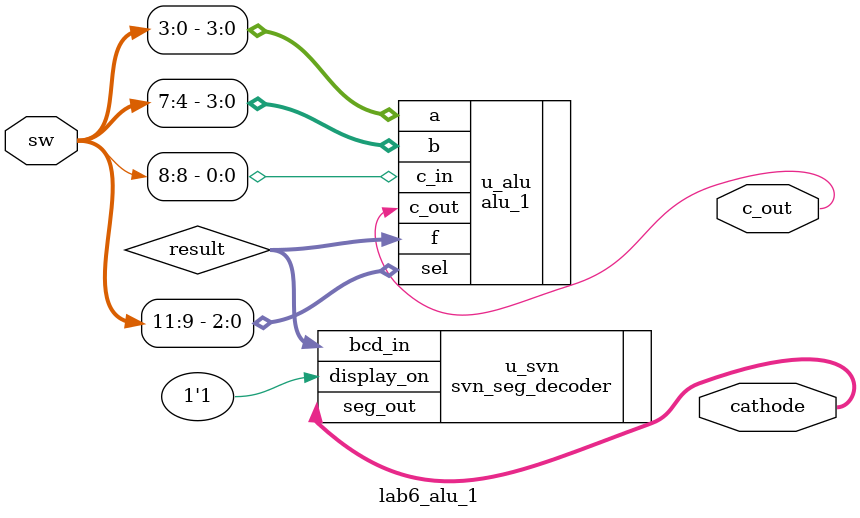
<source format=sv>
`timescale 1ns / 1ps
module lab6_alu_1 (
	output logic c_out,
	output logic [6:0] cathode,
	input logic [11:0] sw
	);
	//wire result; 

wire [3:0] result;
   alu_1 u_alu (.b(sw[7:4]), .a(sw[3:0]), .c_in(sw[8]), .sel(sw[11:9]), .f(result), .c_out(c_out));
   svn_seg_decoder u_svn (.bcd_in(result), .display_on(1'b1), .seg_out(cathode));

endmodule




</source>
